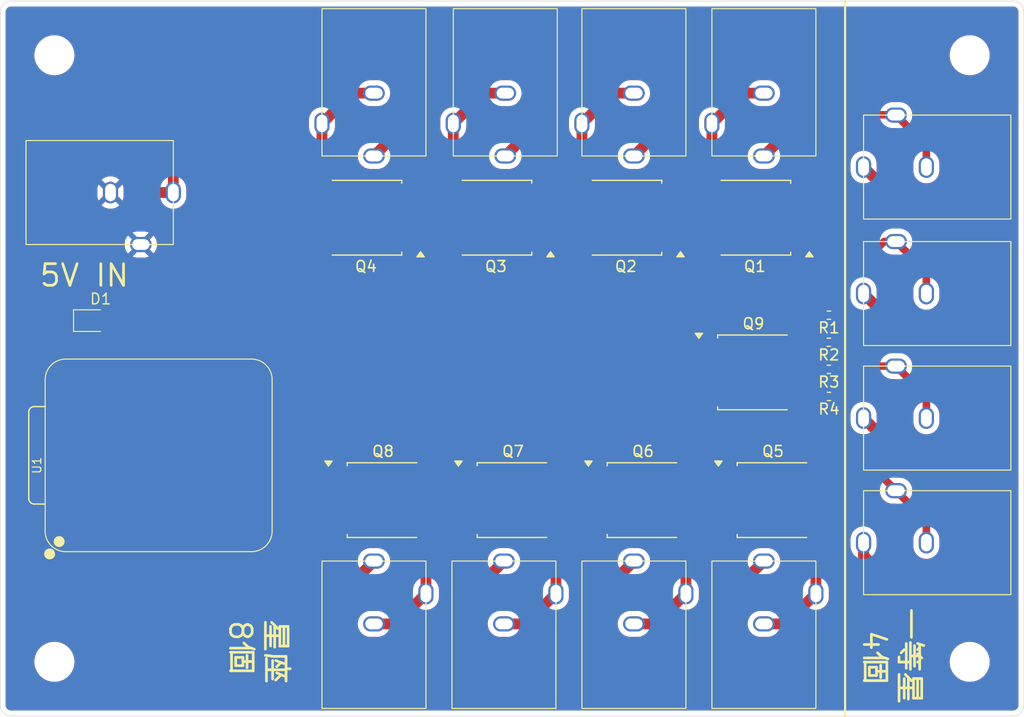
<source format=kicad_pcb>
(kicad_pcb (version 20241229) (generator "pcbnew") (generator_version "9.0")
  (layers (0 "F.Cu" signal) (2 "B.Cu" signal) (13 "F.Paste" user) (15 "B.Paste" user) (5 "F.SilkS" user "F.Silkscreen") (7 "B.SilkS" user "B.Silkscreen") (1 "F.Mask" user) (3 "B.Mask" user) (25 "Edge.Cuts" user))
  (net 0 "")
  (net 1 "GND")
  (net 2 "Net-(Q1-D)")
  (net 3 "Net-(Q2-D)")
  (net 4 "Net-(Q3-D)")
  (net 5 "Net-(Q4-D)")
  (net 6 "Net-(Q5-D)")
  (net 7 "Net-(Q6-D)")
  (net 8 "Net-(Q7-D)")
  (net 9 "Net-(Q8-D)")
  (net 10 "Net-(Q9-D)")
  (net 11 "+5V")
  (net 12 "Net-(J9-Pad2)")
  (net 13 "Net-(J10-Pad2)")
  (net 14 "Net-(J11-Pad2)")
  (net 15 "Net-(J12-Pad2)")
  (net 24 "Net-(D1-K)")
  (net 25 "D7")
  (net 26 "D8")
  (net 27 "D9")
  (net 28 "D10")
  (net 29 "D3")
  (net 30 "D2")
  (net 31 "D1")
  (net 32 "D0")
  (net 33 "D4")
  (footprint "DCJack:DCJack" (layer "F.Cu") (at 177.5 85.5 180)
    (property "Reference" "J10" (hide yes))
    (property "Value" "Jack-DC")
    (fp_rect (start 5.8 4.8) (end -7.8 -4.8) (stroke (width 0.1)) (fill no) (layer "F.SilkS"))
    (pad "1" thru_hole oval (at 5.8 0 180) (size 1.4 2) (drill oval 1 1.6) (layers "*.Cu" "*.Mask") (net 11 "+5V"))
    (pad "2" thru_hole oval (at 0 0 180) (size 1.4 2) (drill oval 1 1.6) (layers "*.Cu" "*.Mask") (net 13 "Net-(J10-Pad2)"))
    (pad "2" thru_hole oval (at 2.8 4.8 180) (size 2 1.4) (drill oval 1.6 1) (layers "*.Cu" "*.Mask") (net 13 "Net-(J10-Pad2)"))
  )
  (footprint "MountingHole:MountingHole_3.2mm_M3" (layer "F.Cu") (at 97 63.5 -90)
    (property "Reference" "REF**" (hide yes))
    (property "Value" "MountingHole_3.2mm_M3" (hide yes))
    (pad "" np_thru_hole circle (at 0 0 270) (size 3.2 3.2) (drill 3.2) (layers "*.Cu" "*.Mask"))
  )
  (footprint "Package_TO_SOT_SMD:TO-252-2" (layer "F.Cu") (at 137.76 78.5 180)
    (property "Reference" "Q3" (at 0 -4.5 0) (layer "F.SilkS"))
    (property "Value" "NP52N06SLG")
    (fp_line (start 3.11 3.45) (end -3.31 3.45) (stroke (width 0.12)) (layer "F.SilkS"))
    (fp_line (start 3.11 -3.45) (end -3.31 -3.45) (stroke (width 0.12)) (layer "F.SilkS"))
    (fp_line (start -3.31 3.45) (end -3.31 3.18) (stroke (width 0.12)) (layer "F.SilkS"))
    (fp_line (start -3.31 -3.45) (end -3.31 -3.18) (stroke (width 0.12)) (layer "F.SilkS"))
    (fp_poly (pts (xy -5.04 -3.14) (xy -5.38 -3.61) (xy -4.7 -3.61)) (stroke (width 0.12)) (fill yes) (layer "F.SilkS"))
    (pad "1" smd roundrect (at -5.04 -2.28 180) (size 2.2 1.2) (layers "F.Cu" "F.Mask" "F.Paste") (roundrect_rratio 0.208333) (net 27 "D9"))
    (pad "2" smd roundrect (at 1.26 0 180) (size 6.4 5.8) (layers "F.Cu" "F.Mask") (roundrect_rratio 0.043103) (net 4 "Net-(Q3-D)"))
    (pad "3" smd roundrect (at -5.04 2.28 180) (size 2.2 1.2) (layers "F.Cu" "F.Mask" "F.Paste") (roundrect_rratio 0.208333) (net 1 "GND"))
  )
  (footprint "DCJack:DCJack" (layer "F.Cu") (at 126.5 67 -90)
    (property "Reference" "J4" (hide yes))
    (property "Value" "Jack-DC")
    (fp_rect (start 5.8 4.8) (end -7.8 -4.8) (stroke (width 0.1)) (fill no) (layer "F.SilkS"))
    (pad "1" thru_hole oval (at 5.8 0 270) (size 1.4 2) (drill oval 1 1.6) (layers "*.Cu" "*.Mask") (net 11 "+5V"))
    (pad "2" thru_hole oval (at 0 0 270) (size 1.4 2) (drill oval 1 1.6) (layers "*.Cu" "*.Mask") (net 5 "Net-(Q4-D)"))
    (pad "2" thru_hole oval (at 2.8 4.8 270) (size 2 1.4) (drill oval 1.6 1) (layers "*.Cu" "*.Mask") (net 5 "Net-(Q4-D)"))
  )
  (footprint "MountingHole:MountingHole_3.2mm_M3" (layer "F.Cu") (at 181.5 63.5 -90)
    (property "Reference" "REF**" (hide yes))
    (property "Value" "MountingHole_3.2mm_M3" (hide yes))
    (pad "" np_thru_hole circle (at 0 0 270) (size 3.2 3.2) (drill 3.2) (layers "*.Cu" "*.Mask"))
  )
  (footprint "DCJack:DCJack" (layer "F.Cu") (at 138.5 116 90)
    (property "Reference" "J7" (hide yes))
    (property "Value" "Jack-DC")
    (fp_rect (start 5.8 4.8) (end -7.8 -4.8) (stroke (width 0.1)) (fill no) (layer "F.SilkS"))
    (pad "1" thru_hole oval (at 5.8 0 90) (size 1.4 2) (drill oval 1 1.6) (layers "*.Cu" "*.Mask") (net 11 "+5V"))
    (pad "2" thru_hole oval (at 0 0 90) (size 1.4 2) (drill oval 1 1.6) (layers "*.Cu" "*.Mask") (net 8 "Net-(Q7-D)"))
    (pad "2" thru_hole oval (at 2.8 4.8 90) (size 2 1.4) (drill oval 1.6 1) (layers "*.Cu" "*.Mask") (net 8 "Net-(Q7-D)"))
  )
  (footprint "DCJack:DCJack" (layer "F.Cu") (at 150.5 116 90)
    (property "Reference" "J6" (hide yes))
    (property "Value" "Jack-DC")
    (fp_rect (start 5.8 4.8) (end -7.8 -4.8) (stroke (width 0.1)) (fill no) (layer "F.SilkS"))
    (pad "1" thru_hole oval (at 5.8 0 90) (size 1.4 2) (drill oval 1 1.6) (layers "*.Cu" "*.Mask") (net 11 "+5V"))
    (pad "2" thru_hole oval (at 0 0 90) (size 1.4 2) (drill oval 1 1.6) (layers "*.Cu" "*.Mask") (net 7 "Net-(Q6-D)"))
    (pad "2" thru_hole oval (at 2.8 4.8 90) (size 2 1.4) (drill oval 1.6 1) (layers "*.Cu" "*.Mask") (net 7 "Net-(Q6-D)"))
  )
  (footprint "DCJack:DCJack" (layer "F.Cu") (at 102.175 76.175)
    (property "Reference" "J13" (hide yes))
    (property "Value" "Jack-DC")
    (fp_rect (start 5.8 4.8) (end -7.8 -4.8) (stroke (width 0.1)) (fill no) (layer "F.SilkS"))
    (pad "1" thru_hole oval (at 5.8 0) (size 1.4 2) (drill oval 1 1.6) (layers "*.Cu" "*.Mask") (net 11 "+5V"))
    (pad "2" thru_hole oval (at 0 0) (size 1.4 2) (drill oval 1 1.6) (layers "*.Cu" "*.Mask") (net 1 "GND"))
    (pad "2" thru_hole oval (at 2.8 4.8) (size 2 1.4) (drill oval 1.6 1) (layers "*.Cu" "*.Mask") (net 1 "GND"))
  )
  (footprint "Seeed_Studio_XIAO_Series:XIAO-ESP32-C3-SMD" (layer "F.Cu") (at 117.18025 109.3305 90)
    (property "Reference" "U1" (at 7.112 -21.336 90) (layer "F.SilkS") (effects (font (size 0.78232 0.78232) (thickness 0.10668)) (justify left bottom)))
    (property "Value" "XIAO-ESP32-C3-SMD")
    (fp_line (start 4.898728 -22.547) (end 12.894 -22.547) (stroke (width 0.127)) (layer "F.SilkS"))
    (fp_line (start 13.394 -22.047) (end 13.394 -21.037) (stroke (width 0.127)) (layer "F.SilkS"))
    (fp_line (start 15.875 -21.037) (end 1.905 -21.037) (stroke (width 0.1)) (layer "F.SilkS"))
    (fp_line (start 4.395 -21.037) (end 4.398728 -22.047272) (stroke (width 0.127)) (layer "F.SilkS"))
    (fp_line (start 17.78 -1.987) (end 17.78 -19.132) (stroke (width 0.1)) (layer "F.SilkS"))
    (fp_line (start 0 -1.987) (end 0 -19.132) (stroke (width 0.1)) (layer "F.SilkS"))
    (fp_line (start 1.905 -0.082) (end 15.875 -0.082) (stroke (width 0.1)) (layer "F.SilkS"))
    (fp_arc (start 12.894 -22.547) (mid 13.247553 -22.400553) (end 13.394 -22.047) (stroke (width 0.127)) (layer "F.SilkS"))
    (fp_arc (start 4.398728 -22.047272) (mid 4.545272 -22.40064) (end 4.898728 -22.547) (stroke (width 0.127)) (layer "F.SilkS"))
    (fp_arc (start 15.875 -21.037) (mid 17.222038 -20.479038) (end 17.78 -19.132) (stroke (width 0.1)) (layer "F.SilkS"))
    (fp_arc (start 0 -19.136) (mid 0.557962 -20.483038) (end 1.905 -21.041) (stroke (width 0.1)) (layer "F.SilkS"))
    (fp_arc (start 17.78 -1.987) (mid 17.222038 -0.639962) (end 15.875 -0.082) (stroke (width 0.1)) (layer "F.SilkS"))
    (fp_arc (start 1.905 -0.082) (mid 0.557962 -0.639962) (end 0 -1.987) (stroke (width 0.1)) (layer "F.SilkS"))
    (fp_circle (center -0.21 -20.621) (end -0.21 -20.875) (stroke (width 0.5)) (fill yes) (layer "F.SilkS"))
    (fp_circle (center 0.933 -19.741) (end 0.933 -19.995) (stroke (width 0.5)) (fill yes) (layer "F.SilkS"))
    (pad "1" smd roundrect (at 0.835 -18.12 90) (size 2.75 2) (layers "F.Cu" "F.Mask" "F.Paste") (net 32 "D0"))
    (pad "2" smd roundrect (at 0.835 -15.58 90) (size 2.75 2) (layers "F.Cu" "F.Mask" "F.Paste") (net 31 "D1"))
    (pad "3" smd roundrect (at 0.835 -13.04 90) (size 2.75 2) (layers "F.Cu" "F.Mask" "F.Paste") (net 30 "D2"))
    (pad "4" smd roundrect (at 0.835 -10.5 90) (size 2.75 2) (layers "F.Cu" "F.Mask" "F.Paste") (net 29 "D3"))
    (pad "5" smd roundrect (at 0.835 -7.96 90) (size 2.75 2) (layers "F.Cu" "F.Mask" "F.Paste") (net 33 "D4"))
    (pad "6" smd roundrect (at 0.835 -5.42 90) (size 2.75 2) (layers "F.Cu" "F.Mask" "F.Paste"))
    (pad "7" smd roundrect (at 0.835 -2.88 90) (size 2.75 2) (layers "F.Cu" "F.Mask" "F.Paste"))
    (pad "8" smd roundrect (at 17 -2.88 90) (size 2.75 2) (layers "F.Cu" "F.Mask" "F.Paste") (net 25 "D7"))
    (pad "9" smd roundrect (at 17 -5.42 90) (size 2.75 2) (layers "F.Cu" "F.Mask" "F.Paste") (net 26 "D8"))
    (pad "10" smd roundrect (at 17 -7.96 90) (size 2.75 2) (layers "F.Cu" "F.Mask" "F.Paste") (net 27 "D9"))
    (pad "11" smd roundrect (at 17 -10.5 90) (size 2.75 2) (layers "F.Cu" "F.Mask" "F.Paste") (net 28 "D10"))
    (pad "12" smd roundrect (at 17 -13.04 90) (size 2.75 2) (layers "F.Cu" "F.Mask" "F.Paste"))
    (pad "13" smd roundrect (at 17 -15.58 90) (size 2.75 2) (layers "F.Cu" "F.Mask" "F.Paste") (net 1 "GND"))
    (pad "14" smd roundrect (at 17 -18.12 90) (size 2.75 2) (layers "F.Cu" "F.Mask" "F.Paste") (net 24 "Net-(D1-K)"))
    (pad "15" smd roundrect (at 4.445 -10.882 270) (size 2.5 1.1) (layers "F.Cu" "F.Mask" "F.Paste"))
    (pad "16" smd roundrect (at 4.445 -12.787 270) (size 2.5 1.1) (layers "F.Cu" "F.Mask" "F.Paste") (net 1 "GND"))
    (pad "17" smd circle (at 7.62 -19.132 90) (size 1.7 1.7) (layers "F.Cu" "F.Mask" "F.Paste"))
    (pad "18" smd circle (at 10.16 -19.132 90) (size 1.7 1.7) (layers "F.Cu" "F.Mask" "F.Paste"))
    (pad "19" smd circle (at 7.62 -16.592 90) (size 1.7 1.7) (layers "F.Cu" "F.Mask" "F.Paste"))
    (pad "20" smd circle (at 10.16 -16.592 90) (size 1.7 1.7) (layers "F.Cu" "F.Mask" "F.Paste") (net 1 "GND"))
    (pad "21" smd circle (at 7.62 -14.052 90) (size 1.7 1.7) (layers "F.Cu" "F.Mask" "F.Paste"))
    (pad "22" smd circle (at 10.16 -14.052 90) (size 1.7 1.7) (layers "F.Cu" "F.Mask" "F.Paste"))
  )
  (footprint "GS1010FL:GS1010FL" (layer "F.Cu") (at 101.2625 88)
    (property "Reference" "D1" (at 0 -2 0) (layer "F.SilkS") (effects (font (thickness 0.125))))
    (property "Value" "D")
    (fp_line (start -2.5 -1) (end -2.5 1) (stroke (width 0.1)) (layer "F.SilkS"))
    (fp_line (start -2.5 1) (end 0 1) (stroke (width 0.1)) (layer "F.SilkS"))
    (fp_line (start 0 -1) (end -2.5 -1) (stroke (width 0.1)) (layer "F.SilkS"))
    (pad "1" smd roundrect (at -1.7375 0) (size 0.775 1.22) (layers "F.Cu" "F.Mask" "F.Paste") (roundrect_rratio 0.15) (net 24 "Net-(D1-K)"))
    (pad "2" smd roundrect (at 1.7375 0) (size 0.775 1.22) (layers "F.Cu" "F.Mask" "F.Paste") (roundrect_rratio 0.15) (net 11 "+5V"))
  )
  (footprint "Package_TO_SOT_SMD:TO-252-2" (layer "F.Cu") (at 163.34 104.5725)
    (property "Reference" "Q5" (at 0 -4.5 0) (layer "F.SilkS"))
    (property "Value" "NP52N06SLG")
    (fp_line (start -3.31 -3.45) (end -3.31 -3.18) (stroke (width 0.12)) (layer "F.SilkS"))
    (fp_line (start -3.31 3.45) (end -3.31 3.18) (stroke (width 0.12)) (layer "F.SilkS"))
    (fp_line (start 3.11 -3.45) (end -3.31 -3.45) (stroke (width 0.12)) (layer "F.SilkS"))
    (fp_line (start 3.11 3.45) (end -3.31 3.45) (stroke (width 0.12)) (layer "F.SilkS"))
    (fp_poly (pts (xy -5.04 -3.14) (xy -5.38 -3.61) (xy -4.7 -3.61)) (stroke (width 0.12)) (fill yes) (layer "F.SilkS"))
    (pad "1" smd roundrect (at -5.04 -2.28) (size 2.2 1.2) (layers "F.Cu" "F.Mask" "F.Paste") (roundrect_rratio 0.208333) (net 29 "D3"))
    (pad "2" smd roundrect (at 1.26 0) (size 6.4 5.8) (layers "F.Cu" "F.Mask") (roundrect_rratio 0.043103) (net 6 "Net-(Q5-D)"))
    (pad "3" smd roundrect (at -5.04 2.28) (size 2.2 1.2) (layers "F.Cu" "F.Mask" "F.Paste") (roundrect_rratio 0.208333) (net 1 "GND"))
  )
  (footprint "MountingHole:MountingHole_3.2mm_M3" (layer "F.Cu") (at 97 119.5 -90)
    (property "Reference" "REF**" (hide yes))
    (property "Value" "MountingHole_3.2mm_M3" (hide yes))
    (pad "" np_thru_hole circle (at 0 0 270) (size 3.2 3.2) (drill 3.2) (layers "*.Cu" "*.Mask"))
  )
  (footprint "Package_TO_SOT_SMD:TO-252-2" (layer "F.Cu") (at 149.76 78.5 180)
    (property "Reference" "Q2" (at 0 -4.5 0) (layer "F.SilkS"))
    (property "Value" "NP52N06SLG")
    (fp_line (start 3.11 3.45) (end -3.31 3.45) (stroke (width 0.12)) (layer "F.SilkS"))
    (fp_line (start 3.11 -3.45) (end -3.31 -3.45) (stroke (width 0.12)) (layer "F.SilkS"))
    (fp_line (start -3.31 3.45) (end -3.31 3.18) (stroke (width 0.12)) (layer "F.SilkS"))
    (fp_line (start -3.31 -3.45) (end -3.31 -3.18) (stroke (width 0.12)) (layer "F.SilkS"))
    (fp_poly (pts (xy -5.04 -3.14) (xy -5.38 -3.61) (xy -4.7 -3.61)) (stroke (width 0.12)) (fill yes) (layer "F.SilkS"))
    (pad "1" smd roundrect (at -5.04 -2.28 180) (size 2.2 1.2) (layers "F.Cu" "F.Mask" "F.Paste") (roundrect_rratio 0.208333) (net 26 "D8"))
    (pad "2" smd roundrect (at 1.26 0 180) (size 6.4 5.8) (layers "F.Cu" "F.Mask") (roundrect_rratio 0.043103) (net 3 "Net-(Q2-D)"))
    (pad "3" smd roundrect (at -5.04 2.28 180) (size 2.2 1.2) (layers "F.Cu" "F.Mask" "F.Paste") (roundrect_rratio 0.208333) (net 1 "GND"))
  )
  (footprint "DCJack:DCJack" (layer "F.Cu") (at 150.5 67 -90)
    (property "Reference" "J2" (hide yes))
    (property "Value" "Jack-DC")
    (fp_rect (start 5.8 4.8) (end -7.8 -4.8) (stroke (width 0.1)) (fill no) (layer "F.SilkS"))
    (pad "1" thru_hole oval (at 5.8 0 270) (size 1.4 2) (drill oval 1 1.6) (layers "*.Cu" "*.Mask") (net 11 "+5V"))
    (pad "2" thru_hole oval (at 0 0 270) (size 1.4 2) (drill oval 1 1.6) (layers "*.Cu" "*.Mask") (net 3 "Net-(Q2-D)"))
    (pad "2" thru_hole oval (at 2.8 4.8 270) (size 2 1.4) (drill oval 1.6 1) (layers "*.Cu" "*.Mask") (net 3 "Net-(Q2-D)"))
  )
  (footprint "DCJack:DCJack" (layer "F.Cu") (at 177.5 73.825 180)
    (property "Reference" "J9" (hide yes))
    (property "Value" "Jack-DC")
    (fp_rect (start 5.8 4.8) (end -7.8 -4.8) (stroke (width 0.1)) (fill no) (layer "F.SilkS"))
    (pad "1" thru_hole oval (at 5.8 0 180) (size 1.4 2) (drill oval 1 1.6) (layers "*.Cu" "*.Mask") (net 11 "+5V"))
    (pad "2" thru_hole oval (at 0 0 180) (size 1.4 2) (drill oval 1 1.6) (layers "*.Cu" "*.Mask") (net 12 "Net-(J9-Pad2)"))
    (pad "2" thru_hole oval (at 2.8 4.8 180) (size 2 1.4) (drill oval 1.6 1) (layers "*.Cu" "*.Mask") (net 12 "Net-(J9-Pad2)"))
  )
  (footprint "Package_TO_SOT_SMD:TO-252-2" (layer "F.Cu") (at 161.54 92.78)
    (property "Reference" "Q9" (at 0 -4.5 0) (layer "F.SilkS"))
    (property "Value" "NP52N06SLG")
    (fp_line (start -3.31 -3.45) (end -3.31 -3.18) (stroke (width 0.12)) (layer "F.SilkS"))
    (fp_line (start -3.31 3.45) (end -3.31 3.18) (stroke (width 0.12)) (layer "F.SilkS"))
    (fp_line (start 3.11 -3.45) (end -3.31 -3.45) (stroke (width 0.12)) (layer "F.SilkS"))
    (fp_line (start 3.11 3.45) (end -3.31 3.45) (stroke (width 0.12)) (layer "F.SilkS"))
    (fp_poly (pts (xy -5.04 -3.14) (xy -5.38 -3.61) (xy -4.7 -3.61)) (stroke (width 0.12)) (fill yes) (layer "F.SilkS"))
    (pad "1" smd roundrect (at -5.04 -2.28) (size 2.2 1.2) (layers "F.Cu" "F.Mask" "F.Paste") (roundrect_rratio 0.208333) (net 33 "D4"))
    (pad "2" smd roundrect (at 1.26 0) (size 6.4 5.8) (layers "F.Cu" "F.Mask") (roundrect_rratio 0.043103) (net 10 "Net-(Q9-D)"))
    (pad "3" smd roundrect (at -5.04 2.28) (size 2.2 1.2) (layers "F.Cu" "F.Mask" "F.Paste") (roundrect_rratio 0.208333) (net 1 "GND"))
  )
  (footprint "Package_TO_SOT_SMD:TO-252-2" (layer "F.Cu") (at 161.66 78.5 180)
    (property "Reference" "Q1" (at 0 -4.5 0) (layer "F.SilkS"))
    (property "Value" "NP52N06SLG")
    (fp_line (start 3.11 3.45) (end -3.31 3.45) (stroke (width 0.12)) (layer "F.SilkS"))
    (fp_line (start 3.11 -3.45) (end -3.31 -3.45) (stroke (width 0.12)) (layer "F.SilkS"))
    (fp_line (start -3.31 3.45) (end -3.31 3.18) (stroke (width 0.12)) (layer "F.SilkS"))
    (fp_line (start -3.31 -3.45) (end -3.31 -3.18) (stroke (width 0.12)) (layer "F.SilkS"))
    (fp_poly (pts (xy -5.04 -3.14) (xy -5.38 -3.61) (xy -4.7 -3.61)) (stroke (width 0.12)) (fill yes) (layer "F.SilkS"))
    (pad "1" smd roundrect (at -5.04 -2.28 180) (size 2.2 1.2) (layers "F.Cu" "F.Mask" "F.Paste") (roundrect_rratio 0.208333) (net 25 "D7"))
    (pad "2" smd roundrect (at 1.26 0 180) (size 6.4 5.8) (layers "F.Cu" "F.Mask") (roundrect_rratio 0.043103) (net 2 "Net-(Q1-D)"))
    (pad "3" smd roundrect (at -5.04 2.28 180) (size 2.2 1.2) (layers "F.Cu" "F.Mask" "F.Paste") (roundrect_rratio 0.208333) (net 1 "GND"))
  )
  (footprint "DCJack:DCJack" (layer "F.Cu") (at 126.5 116 90)
    (property "Reference" "J8" (hide yes))
    (property "Value" "Jack-DC")
    (fp_rect (start 5.8 4.8) (end -7.8 -4.8) (stroke (width 0.1)) (fill no) (layer "F.SilkS"))
    (pad "1" thru_hole oval (at 5.8 0 90) (size 1.4 2) (drill oval 1 1.6) (layers "*.Cu" "*.Mask") (net 11 "+5V"))
    (pad "2" thru_hole oval (at 0 0 90) (size 1.4 2) (drill oval 1 1.6) (layers "*.Cu" "*.Mask") (net 9 "Net-(Q8-D)"))
    (pad "2" thru_hole oval (at 2.8 4.8 90) (size 2 1.4) (drill oval 1.6 1) (layers "*.Cu" "*.Mask") (net 9 "Net-(Q8-D)"))
  )
  (footprint "DCJack:DCJack" (layer "F.Cu") (at 177.5 97 180)
    (property "Reference" "J11" (hide yes))
    (property "Value" "Jack-DC")
    (fp_rect (start 5.8 4.8) (end -7.8 -4.8) (stroke (width 0.1)) (fill no) (layer "F.SilkS"))
    (pad "1" thru_hole oval (at 5.8 0 180) (size 1.4 2) (drill oval 1 1.6) (layers "*.Cu" "*.Mask") (net 11 "+5V"))
    (pad "2" thru_hole oval (at 0 0 180) (size 1.4 2) (drill oval 1 1.6) (layers "*.Cu" "*.Mask") (net 14 "Net-(J11-Pad2)"))
    (pad "2" thru_hole oval (at 2.8 4.8 180) (size 2 1.4) (drill oval 1.6 1) (layers "*.Cu" "*.Mask") (net 14 "Net-(J11-Pad2)"))
  )
  (footprint "DCJack:DCJack" (layer "F.Cu") (at 177.5 108.5 180)
    (property "Reference" "J12" (hide yes))
    (property "Value" "Jack-DC")
    (fp_rect (start 5.8 4.8) (end -7.8 -4.8) (stroke (width 0.1)) (fill no) (layer "F.SilkS"))
    (pad "1" thru_hole oval (at 5.8 0 180) (size 1.4 2) (drill oval 1 1.6) (layers "*.Cu" "*.Mask") (net 11 "+5V"))
    (pad "2" thru_hole oval (at 0 0 180) (size 1.4 2) (drill oval 1 1.6) (layers "*.Cu" "*.Mask") (net 15 "Net-(J12-Pad2)"))
    (pad "2" thru_hole oval (at 2.8 4.8 180) (size 2 1.4) (drill oval 1.6 1) (layers "*.Cu" "*.Mask") (net 15 "Net-(J12-Pad2)"))
  )
  (footprint "DCJack:DCJack" (layer "F.Cu") (at 162.5 116 90)
    (property "Reference" "J5" (hide yes))
    (property "Value" "Jack-DC")
    (fp_rect (start 5.8 4.8) (end -7.8 -4.8) (stroke (width 0.1)) (fill no) (layer "F.SilkS"))
    (pad "1" thru_hole oval (at 5.8 0 90) (size 1.4 2) (drill oval 1 1.6) (layers "*.Cu" "*.Mask") (net 11 "+5V"))
    (pad "2" thru_hole oval (at 0 0 90) (size 1.4 2) (drill oval 1 1.6) (layers "*.Cu" "*.Mask") (net 6 "Net-(Q5-D)"))
    (pad "2" thru_hole oval (at 2.8 4.8 90) (size 2 1.4) (drill oval 1.6 1) (layers "*.Cu" "*.Mask") (net 6 "Net-(Q5-D)"))
  )
  (footprint "Resistor_SMD:R_0402_1005Metric" (layer "F.Cu") (at 168.5 92.5 180)
    (property "Reference" "R3" (at 0 -1.17 0) (layer "F.SilkS"))
    (property "Value" "R")
    (fp_line (start -0.153641 0.38) (end 0.153641 0.38) (stroke (width 0.12)) (layer "F.SilkS"))
    (fp_line (start -0.153641 -0.38) (end 0.153641 -0.38) (stroke (width 0.12)) (layer "F.SilkS"))
    (pad "1" smd roundrect (at -0.51 0 180) (size 0.54 0.64) (layers "F.Cu" "F.Mask" "F.Paste") (net 14 "Net-(J11-Pad2)"))
    (pad "2" smd roundrect (at 0.51 0 180) (size 0.54 0.64) (layers "F.Cu" "F.Mask" "F.Paste") (net 10 "Net-(Q9-D)"))
  )
  (footprint "DCJack:DCJack" (layer "F.Cu") (at 138.625 67 -90)
    (property "Reference" "J3" (hide yes))
    (property "Value" "Jack-DC")
    (fp_rect (start 5.8 4.8) (end -7.8 -4.8) (stroke (width 0.1)) (fill no) (layer "F.SilkS"))
    (pad "1" thru_hole oval (at 5.8 0 270) (size 1.4 2) (drill oval 1 1.6) (layers "*.Cu" "*.Mask") (net 11 "+5V"))
    (pad "2" thru_hole oval (at 0 0 270) (size 1.4 2) (drill oval 1 1.6) (layers "*.Cu" "*.Mask") (net 4 "Net-(Q3-D)"))
    (pad "2" thru_hole oval (at 2.8 4.8 270) (size 2 1.4) (drill oval 1.6 1) (layers "*.Cu" "*.Mask") (net 4 "Net-(Q3-D)"))
  )
  (footprint "Resistor_SMD:R_0402_1005Metric" (layer "F.Cu") (at 168.5 90 180)
    (property "Reference" "R2" (at 0 -1.17 0) (layer "F.SilkS"))
    (property "Value" "R")
    (fp_line (start -0.153641 0.38) (end 0.153641 0.38) (stroke (width 0.12)) (layer "F.SilkS"))
    (fp_line (start -0.153641 -0.38) (end 0.153641 -0.38) (stroke (width 0.12)) (layer "F.SilkS"))
    (pad "1" smd roundrect (at -0.51 0 180) (size 0.54 0.64) (layers "F.Cu" "F.Mask" "F.Paste") (net 13 "Net-(J10-Pad2)"))
    (pad "2" smd roundrect (at 0.51 0 180) (size 0.54 0.64) (layers "F.Cu" "F.Mask" "F.Paste") (net 10 "Net-(Q9-D)"))
  )
  (footprint "MountingHole:MountingHole_3.2mm_M3" (layer "F.Cu") (at 181.5 119.5 -90)
    (property "Reference" "REF**" (hide yes))
    (property "Value" "MountingHole_3.2mm_M3" (hide yes))
    (pad "" np_thru_hole circle (at 0 0 270) (size 3.2 3.2) (drill 3.2) (layers "*.Cu" "*.Mask"))
  )
  (footprint "Resistor_SMD:R_0402_1005Metric" (layer "F.Cu") (at 168.51 95 180)
    (property "Reference" "R4" (at 0 -1.17 0) (layer "F.SilkS"))
    (property "Value" "R")
    (fp_line (start -0.153641 0.38) (end 0.153641 0.38) (stroke (width 0.12)) (layer "F.SilkS"))
    (fp_line (start -0.153641 -0.38) (end 0.153641 -0.38) (stroke (width 0.12)) (layer "F.SilkS"))
    (pad "1" smd roundrect (at -0.51 0 180) (size 0.54 0.64) (layers "F.Cu" "F.Mask" "F.Paste") (net 15 "Net-(J12-Pad2)"))
    (pad "2" smd roundrect (at 0.51 0 180) (size 0.54 0.64) (layers "F.Cu" "F.Mask" "F.Paste") (net 10 "Net-(Q9-D)"))
  )
  (footprint "Package_TO_SOT_SMD:TO-252-2" (layer "F.Cu") (at 151.34 104.5725)
    (property "Reference" "Q6" (at 0 -4.5 0) (layer "F.SilkS"))
    (property "Value" "NP52N06SLG")
    (fp_line (start -3.31 -3.45) (end -3.31 -3.18) (stroke (width 0.12)) (layer "F.SilkS"))
    (fp_line (start -3.31 3.45) (end -3.31 3.18) (stroke (width 0.12)) (layer "F.SilkS"))
    (fp_line (start 3.11 -3.45) (end -3.31 -3.45) (stroke (width 0.12)) (layer "F.SilkS"))
    (fp_line (start 3.11 3.45) (end -3.31 3.45) (stroke (width 0.12)) (layer "F.SilkS"))
    (fp_poly (pts (xy -5.04 -3.14) (xy -5.38 -3.61) (xy -4.7 -3.61)) (stroke (width 0.12)) (fill yes) (layer "F.SilkS"))
    (pad "1" smd roundrect (at -5.04 -2.28) (size 2.2 1.2) (layers "F.Cu" "F.Mask" "F.Paste") (roundrect_rratio 0.208333) (net 30 "D2"))
    (pad "2" smd roundrect (at 1.26 0) (size 6.4 5.8) (layers "F.Cu" "F.Mask") (roundrect_rratio 0.043103) (net 7 "Net-(Q6-D)"))
    (pad "3" smd roundrect (at -5.04 2.28) (size 2.2 1.2) (layers "F.Cu" "F.Mask" "F.Paste") (roundrect_rratio 0.208333) (net 1 "GND"))
  )
  (footprint "DCJack:DCJack" (layer "F.Cu") (at 162.5 67 -90)
    (property "Reference" "J1" (hide yes))
    (property "Value" "Jack-DC")
    (fp_rect (start 5.8 4.8) (end -7.8 -4.8) (stroke (width 0.1)) (fill no) (layer "F.SilkS"))
    (pad "1" thru_hole oval (at 5.8 0 270) (size 1.4 2) (drill oval 1 1.6) (layers "*.Cu" "*.Mask") (net 11 "+5V"))
    (pad "2" thru_hole oval (at 0 0 270) (size 1.4 2) (drill oval 1 1.6) (layers "*.Cu" "*.Mask") (net 2 "Net-(Q1-D)"))
    (pad "2" thru_hole oval (at 2.8 4.8 270) (size 2 1.4) (drill oval 1.6 1) (layers "*.Cu" "*.Mask") (net 2 "Net-(Q1-D)"))
  )
  (footprint "Package_TO_SOT_SMD:TO-252-2" (layer "F.Cu") (at 139.34 104.5725)
    (property "Reference" "Q7" (at 0 -4.5 0) (layer "F.SilkS"))
    (property "Value" "NP52N06SLG")
    (fp_line (start -3.31 -3.45) (end -3.31 -3.18) (stroke (width 0.12)) (layer "F.SilkS"))
    (fp_line (start -3.31 3.45) (end -3.31 3.18) (stroke (width 0.12)) (layer "F.SilkS"))
    (fp_line (start 3.11 -3.45) (end -3.31 -3.45) (stroke (width 0.12)) (layer "F.SilkS"))
    (fp_line (start 3.11 3.45) (end -3.31 3.45) (stroke (width 0.12)) (layer "F.SilkS"))
    (fp_poly (pts (xy -5.04 -3.14) (xy -5.38 -3.61) (xy -4.7 -3.61)) (stroke (width 0.12)) (fill yes) (layer "F.SilkS"))
    (pad "1" smd roundrect (at -5.04 -2.28) (size 2.2 1.2) (layers "F.Cu" "F.Mask" "F.Paste") (roundrect_rratio 0.208333) (net 31 "D1"))
    (pad "2" smd roundrect (at 1.26 0) (size 6.4 5.8) (layers "F.Cu" "F.Mask") (roundrect_rratio 0.043103) (net 8 "Net-(Q7-D)"))
    (pad "3" smd roundrect (at -5.04 2.28) (size 2.2 1.2) (layers "F.Cu" "F.Mask" "F.Paste") (roundrect_rratio 0.208333) (net 1 "GND"))
  )
  (footprint "Package_TO_SOT_SMD:TO-252-2" (layer "F.Cu") (at 125.76 78.5 180)
    (property "Reference" "Q4" (at 0 -4.5 0) (layer "F.SilkS"))
    (property "Value" "NP52N06SLG")
    (fp_line (start 3.11 3.45) (end -3.31 3.45) (stroke (width 0.12)) (layer "F.SilkS"))
    (fp_line (start 3.11 -3.45) (end -3.31 -3.45) (stroke (width 0.12)) (layer "F.SilkS"))
    (fp_line (start -3.31 3.45) (end -3.31 3.18) (stroke (width 0.12)) (layer "F.SilkS"))
    (fp_line (start -3.31 -3.45) (end -3.31 -3.18) (stroke (width 0.12)) (layer "F.SilkS"))
    (fp_poly (pts (xy -5.04 -3.14) (xy -5.38 -3.61) (xy -4.7 -3.61)) (stroke (width 0.12)) (fill yes) (layer "F.SilkS"))
    (pad "1" smd roundrect (at -5.04 -2.28 180) (size 2.2 1.2) (layers "F.Cu" "F.Mask" "F.Paste") (roundrect_rratio 0.208333) (net 28 "D10"))
    (pad "2" smd roundrect (at 1.26 0 180) (size 6.4 5.8) (layers "F.Cu" "F.Mask") (roundrect_rratio 0.043103) (net 5 "Net-(Q4-D)"))
    (pad "3" smd roundrect (at -5.04 2.28 180) (size 2.2 1.2) (layers "F.Cu" "F.Mask" "F.Paste") (roundrect_rratio 0.208333) (net 1 "GND"))
  )
  (footprint "Package_TO_SOT_SMD:TO-252-2" (layer "F.Cu") (at 127.34 104.5725)
    (property "Reference" "Q8" (at 0 -4.5 0) (layer "F.SilkS"))
    (property "Value" "NP52N06SLG")
    (fp_line (start -3.31 -3.45) (end -3.31 -3.18) (stroke (width 0.12)) (layer "F.SilkS"))
    (fp_line (start -3.31 3.45) (end -3.31 3.18) (stroke (width 0.12)) (layer "F.SilkS"))
    (fp_line (start 3.11 -3.45) (end -3.31 -3.45) (stroke (width 0.12)) (layer "F.SilkS"))
    (fp_line (start 3.11 3.45) (end -3.31 3.45) (stroke (width 0.12)) (layer "F.SilkS"))
    (fp_poly (pts (xy -5.04 -3.14) (xy -5.38 -3.61) (xy -4.7 -3.61)) (stroke (width 0.12)) (fill yes) (layer "F.SilkS"))
    (pad "1" smd roundrect (at -5.04 -2.28) (size 2.2 1.2) (layers "F.Cu" "F.Mask" "F.Paste") (roundrect_rratio 0.208333) (net 32 "D0"))
    (pad "2" smd roundrect (at 1.26 0) (size 6.4 5.8) (layers "F.Cu" "F.Mask") (roundrect_rratio 0.043103) (net 9 "Net-(Q8-D)"))
    (pad "3" smd roundrect (at -5.04 2.28) (size 2.2 1.2) (layers "F.Cu" "F.Mask" "F.Paste") (roundrect_rratio 0.208333) (net 1 "GND"))
  )
  (footprint "Resistor_SMD:R_0402_1005Metric" (layer "F.Cu") (at 168.5 87.5 180)
    (property "Reference" "R1" (at 0 -1.17 0) (layer "F.SilkS"))
    (property "Value" "R")
    (fp_line (start -0.153641 0.38) (end 0.153641 0.38) (stroke (width 0.12)) (layer "F.SilkS"))
    (fp_line (start -0.153641 -0.38) (end 0.153641 -0.38) (stroke (width 0.12)) (layer "F.SilkS"))
    (pad "1" smd roundrect (at -0.51 0 180) (size 0.54 0.64) (layers "F.Cu" "F.Mask" "F.Paste") (net 12 "Net-(J9-Pad2)"))
    (pad "2" smd roundrect (at 0.51 0 180) (size 0.54 0.64) (layers "F.Cu" "F.Mask" "F.Paste") (net 10 "Net-(Q9-D)"))
  )
  (gr_line (start 170 124.5) (end 170 58.5) (stroke (width 0.2)) (layer "F.SilkS"))
  (gr_line (start 185.5 124.5) (end 93 124.5) (stroke (width 0.05)) (layer "Edge.Cuts"))
  (gr_arc (start 93 124.5) (mid 92.292893 124.207107) (end 92 123.5) (stroke (width 0.05)) (layer "Edge.Cuts"))
  (gr_arc (start 186.5 123.5) (mid 186.207107 124.207107) (end 185.5 124.5) (stroke (width 0.05)) (layer "Edge.Cuts"))
  (gr_line (start 92 123.5) (end 92 59.5) (stroke (width 0.05)) (layer "Edge.Cuts"))
  (gr_arc (start 92 59.5) (mid 92.292893 58.792893) (end 93 58.5) (stroke (width 0.05)) (layer "Edge.Cuts"))
  (gr_arc (start 185.5 58.5) (mid 186.207107 58.792893) (end 186.5 59.5) (stroke (width 0.05)) (layer "Edge.Cuts"))
  (gr_line (start 93 58.5) (end 185.5 58.5) (stroke (width 0.05)) (layer "Edge.Cuts"))
  (gr_line (start 186.5 59.5) (end 186.5 123.5) (stroke (width 0.05)) (layer "Edge.Cuts"))
  (gr_text "星座\n8個" (at 113 115.5 270) (layer "F.SilkS") (effects (font (size 2 2) (thickness 0.25)) (justify left bottom)))
  (gr_text "5V IN\n" (at 95.5 85 0) (layer "F.SilkS") (effects (font (size 2 2) (thickness 0.25)) (justify left bottom)))
  (gr_text "一等星\n4個" (at 171.5 119 270) (layer "F.SilkS") (effects (font (size 2 2) (thickness 0.25)) (justify bottom)))
  (segment (start 101.60025 92.3305) (end 101.60025 90.10025) (width 1) (layer "F.Cu") (net 1))
  (segment (start 101.60025 92.3305) (end 101.60025 94.89975) (width 1) (layer "F.Cu") (net 1))
  (segment (start 162.5 67) (end 160.5 67) (width 1) (layer "F.Cu") (net 2))
  (segment (start 157.7 69.8) (end 157.7 75.8) (width 1) (layer "F.Cu") (net 2))
  (segment (start 157.7 75.8) (end 160.4 78.5) (width 1) (layer "F.Cu") (net 2))
  (segment (start 160.5 67) (end 157.7 69.8) (width 1) (layer "F.Cu") (net 2))
  (segment (start 145.7 75.7) (end 148.5 78.5) (width 1) (layer "F.Cu") (net 3))
  (segment (start 150.5 67) (end 148.5 67) (width 1) (layer "F.Cu") (net 3))
  (segment (start 145.7 69.8) (end 145.7 75.7) (width 1) (layer "F.Cu") (net 3))
  (segment (start 148.5 67) (end 145.7 69.8) (width 1) (layer "F.Cu") (net 3))
  (segment (start 136.625 67) (end 133.825 69.8) (width 1) (layer "F.Cu") (net 4))
  (segment (start 133.825 69.8) (end 133.825 75.825) (width 1) (layer "F.Cu") (net 4))
  (segment (start 138.625 67) (end 136.625 67) (width 1) (layer "F.Cu") (net 4))
  (segment (start 133.825 75.825) (end 136.5 78.5) (width 1) (layer "F.Cu") (net 4))
  (segment (start 124.5 67) (end 121.7 69.8) (width 1) (layer "F.Cu") (net 5))
  (segment (start 126.5 67) (end 124.5 67) (width 1) (layer "F.Cu") (net 5))
  (segment (start 121.7 69.8) (end 121.7 75.7) (width 1) (layer "F.Cu") (net 5))
  (segment (start 121.7 75.7) (end 124.5 78.5) (width 1) (layer "F.Cu") (net 5))
  (segment (start 167.3 113.2) (end 167.3 107.2725) (width 1) (layer "F.Cu") (net 6))
  (segment (start 162.5 116) (end 164.5 116) (width 1) (layer "F.Cu") (net 6))
  (segment (start 164.5 116) (end 167.3 113.2) (width 1) (layer "F.Cu") (net 6))
  (segment (start 167.3 107.2725) (end 164.6 104.5725) (width 1) (layer "F.Cu") (net 6))
  (segment (start 152.5 116) (end 155.3 113.2) (width 1) (layer "F.Cu") (net 7))
  (segment (start 155.3 113.2) (end 155.3 107.2725) (width 1) (layer "F.Cu") (net 7))
  (segment (start 150.5 116) (end 152.5 116) (width 1) (layer "F.Cu") (net 7))
  (segment (start 155.3 107.2725) (end 152.6 104.5725) (width 1) (layer "F.Cu") (net 7))
  (segment (start 138.5 116) (end 140.5 116) (width 1) (layer "F.Cu") (net 8))
  (segment (start 143.3 113.2) (end 143.3 107.2725) (width 1) (layer "F.Cu") (net 8))
  (segment (start 143.3 107.2725) (end 140.6 104.5725) (width 1) (layer "F.Cu") (net 8))
  (segment (start 140.5 116) (end 143.3 113.2) (width 1) (layer "F.Cu") (net 8))
  (segment (start 128.5 116) (end 131.3 113.2) (width 1) (layer "F.Cu") (net 9))
  (segment (start 131.3 113.2) (end 131.3 107.2725) (width 1) (layer "F.Cu") (net 9))
  (segment (start 126.5 116) (end 128.5 116) (width 1) (layer "F.Cu") (net 9))
  (segment (start 131.3 107.2725) (end 128.6 104.5725) (width 1) (layer "F.Cu") (net 9))
  (segment (start 167.99 87.5) (end 167.99 90) (width 0.7) (layer "F.Cu") (net 10))
  (segment (start 167.71 92.78) (end 167.99 92.5) (width 0.7) (layer "F.Cu") (net 10))
  (segment (start 167.99 92.5) (end 167.99 90) (width 0.7) (layer "F.Cu") (net 10))
  (segment (start 167.99 92.5) (end 167.99 94.99) (width 0.7) (layer "F.Cu") (net 10))
  (segment (start 162.8 92.78) (end 167.71 92.78) (width 0.7) (layer "F.Cu") (net 10))
  (segment (start 167.99 94.99) (end 168 95) (width 0.7) (layer "F.Cu") (net 10))
  (segment (start 159 113.7) (end 159 120) (width 1) (layer "F.Cu") (net 11))
  (segment (start 135 113.7) (end 135 120) (width 1) (layer "F.Cu") (net 11))
  (segment (start 171.7 109.7) (end 178 116) (width 1) (layer "F.Cu") (net 11))
  (segment (start 174 63.5) (end 181.5 71) (width 1) (layer "F.Cu") (net 11))
  (segment (start 181.5 112.5) (end 178 116) (width 1) (layer "F.Cu") (net 11))
  (segment (start 174.7 100) (end 181.5 100) (width 1) (layer "F.Cu") (net 11))
  (segment (start 141.5 63.5) (end 153.5 63.5) (width 1) (layer "F.Cu") (net 11))
  (segment (start 125 120) (end 123 118) (width 1) (layer "F.Cu") (net 11))
  (segment (start 147 113.7) (end 147 120) (width 1) (layer "F.Cu") (net 11))
  (segment (start 141.5 69.925) (end 141.5 63.5) (width 1) (layer "F.Cu") (net 11))
  (segment (start 171.7 73.825) (end 174.875 77) (width 1) (layer "F.Cu") (net 11))
  (segment (start 162.5 110.2) (end 159 113.7) (width 1) (layer "F.Cu") (net 11))
  (segment (start 159 120) (end 147 120) (width 1) (layer "F.Cu") (net 11))
  (segment (start 165.5 63.5) (end 174 63.5) (width 1) (layer "F.Cu") (net 11))
  (segment (start 129.5 63.5) (end 141.5 63.5) (width 1) (layer "F.Cu") (net 11))
  (segment (start 123 113.7) (end 126.5 110.2) (width 1) (layer "F.Cu") (net 11))
  (segment (start 111.5 63.5) (end 129.5 63.5) (width 1) (layer "F.Cu") (net 11))
  (segment (start 181.5 71) (end 181.5 77) (width 1) (layer "F.Cu") (net 11))
  (segment (start 107.975 67.025) (end 111.5 63.5) (width 1) (layer "F.Cu") (net 11))
  (segment (start 107.975 76.175) (end 107.975 67.025) (width 1) (layer "F.Cu") (net 11))
  (segment (start 171.7 85.5) (end 174.7 88.5) (width 1) (layer "F.Cu") (net 11))
  (segment (start 153.5 69.8) (end 153.5 63.5) (width 1) (layer "F.Cu") (net 11))
  (segment (start 165.5 69.8) (end 165.5 63.5) (width 1) (layer "F.Cu") (net 11))
  (segment (start 135 120) (end 125 120) (width 1) (layer "F.Cu") (net 11))
  (segment (start 174.7 88.5) (end 181.5 88.5) (width 1) (layer "F.Cu") (net 11))
  (segment (start 123 118) (end 123 113.7) (width 1) (layer "F.Cu") (net 11))
  (segment (start 138.5 110.2) (end 135 113.7) (width 1) (layer "F.Cu") (net 11))
  (segment (start 174 120) (end 159 120) (width 1) (layer "F.Cu") (net 11))
  (segment (start 150.5 110.2) (end 147 113.7) (width 1) (layer "F.Cu") (net 11))
  (segment (start 171.7 108.5) (end 171.7 109.7) (width 1) (layer "F.Cu") (net 11))
  (segment (start 150.5 72.8) (end 153.5 69.8) (width 1) (layer "F.Cu") (net 11))
  (segment (start 162.5 72.8) (end 165.5 69.8) (width 1) (layer "F.Cu") (net 11))
  (segment (start 174.875 77) (end 181.5 77) (width 1) (layer "F.Cu") (net 11))
  (segment (start 181.5 88.5) (end 181.5 100) (width 1) (layer "F.Cu") (net 11))
  (segment (start 103 88) (end 103 79.5) (width 1) (layer "F.Cu") (net 11))
  (segment (start 171.7 97) (end 174.7 100) (width 1) (layer "F.Cu") (net 11))
  (segment (start 181.5 100) (end 181.5 112.5) (width 1) (layer "F.Cu") (net 11))
  (segment (start 129.5 69.8) (end 129.5 63.5) (width 1) (layer "F.Cu") (net 11))
  (segment (start 147 120) (end 135 120) (width 1) (layer "F.Cu") (net 11))
  (segment (start 178 116) (end 174 120) (width 1) (layer "F.Cu") (net 11))
  (segment (start 106.325 76.175) (end 107.975 76.175) (width 1) (layer "F.Cu") (net 11))
  (segment (start 181.5 77) (end 181.5 88.5) (width 1) (layer "F.Cu") (net 11))
  (segment (start 126.5 72.8) (end 129.5 69.8) (width 1) (layer "F.Cu") (net 11))
  (segment (start 153.5 63.5) (end 165.5 63.5) (width 1) (layer "F.Cu") (net 11))
  (segment (start 103 79.5) (end 106.325 76.175) (width 1) (layer "F.Cu") (net 11))
  (segment (start 138.625 72.8) (end 141.5 69.925) (width 1) (layer "F.Cu") (net 11))
  (segment (start 174.675 69) (end 171.5 69) (width 0.7) (layer "F.Cu") (net 12))
  (segment (start 177.5 71.825) (end 174.7 69.025) (width 0.7) (layer "F.Cu") (net 12))
  (segment (start 177.5 73.825) (end 177.5 71.825) (width 0.7) (layer "F.Cu") (net 12))
  (segment (start 169 87.49) (end 169.01 87.5) (width 0.7) (layer "F.Cu") (net 12))
  (segment (start 174.7 69.025) (end 174.675 69) (width 0.7) (layer "F.Cu") (net 12))
  (segment (start 171.5 69) (end 169 71.5) (width 0.7) (layer "F.Cu") (net 12))
  (segment (start 169 71.5) (end 169 87.49) (width 0.7) (layer "F.Cu") (net 12))
  (segment (start 170 84.3) (end 170 89.01) (width 0.7) (layer "F.Cu") (net 13))
  (segment (start 173.6 80.7) (end 170 84.3) (width 0.7) (layer "F.Cu") (net 13))
  (segment (start 177.5 83.5) (end 174.7 80.7) (width 0.7) (layer "F.Cu") (net 13))
  (segment (start 177.5 85.5) (end 177.5 83.5) (width 0.7) (layer "F.Cu") (net 13))
  (segment (start 170 89.01) (end 169.01 90) (width 0.7) (layer "F.Cu") (net 13))
  (segment (start 174.7 80.7) (end 173.6 80.7) (width 0.7) (layer "F.Cu") (net 13))
  (segment (start 177.5 97) (end 177.5 95) (width 0.7) (layer "F.Cu") (net 14))
  (segment (start 177.5 95) (end 174.7 92.2) (width 0.7) (layer "F.Cu") (net 14))
  (segment (start 174.7 92.2) (end 169.31 92.2) (width 0.7) (layer "F.Cu") (net 14))
  (segment (start 169.31 92.2) (end 169.01 92.5) (width 0.7) (layer "F.Cu") (net 14))
  (segment (start 177.5 106.5) (end 174.7 103.7) (width 0.7) (layer "F.Cu") (net 15))
  (segment (start 177.5 108.5) (end 177.5 106.5) (width 0.7) (layer "F.Cu") (net 15))
  (segment (start 169.02 98.02) (end 174.7 103.7) (width 0.7) (layer "F.Cu") (net 15))
  (segment (start 169.02 95) (end 169.02 98.02) (width 0.7) (layer "F.Cu") (net 15))
  (segment (start 99.06025 88.46475) (end 99.525 88) (width 1) (layer "F.Cu") (net 24))
  (segment (start 99.06025 92.3305) (end 99.06025 88.46475) (width 1) (layer "F.Cu") (net 24))
  (segment (start 114.30025 92.3305) (end 114.30025 86.69975) (width 0.2) (layer "F.Cu") (net 25))
  (segment (start 115 86) (end 166.2 86) (width 0.2) (layer "F.Cu") (net 25))
  (segment (start 166.7 85.5) (end 166.7 80.78) (width 0.2) (layer "F.Cu") (net 25))
  (segment (start 114.30025 86.69975) (end 115 86) (width 0.2) (layer "F.Cu") (net 25))
  (segment (start 166.2 86) (end 166.7 85.5) (width 0.2) (layer "F.Cu") (net 25))
  (segment (start 154.8 80.78) (end 154.8 84.7) (width 0.2) (layer "F.Cu") (net 26))
  (segment (start 112.5 85) (end 111.76025 85.73975) (width 0.2) (layer "F.Cu") (net 26))
  (segment (start 154.8 84.7) (end 154.5 85) (width 0.2) (layer "F.Cu") (net 26))
  (segment (start 154.5 85) (end 112.5 85) (width 0.2) (layer "F.Cu") (net 26))
  (segment (start 111.76025 85.73975) (end 111.76025 92.3305) (width 0.2) (layer "F.Cu") (net 26))
  (segment (start 142.8 80.78) (end 142.8 83.7) (width 0.2) (layer "F.Cu") (net 27))
  (segment (start 109.22025 84.77975) (end 109.22025 92.3305) (width 0.2) (layer "F.Cu") (net 27))
  (segment (start 110 84) (end 109.22025 84.77975) (width 0.2) (layer "F.Cu") (net 27))
  (segment (start 142.8 83.7) (end 142.5 84) (width 0.2) (layer "F.Cu") (net 27))
  (segment (start 142.5 84) (end 110 84) (width 0.2) (layer "F.Cu") (net 27))
  (segment (start 106.68025 83.81975) (end 106.68025 92.3305) (width 0.2) (layer "F.Cu") (net 28))
  (segment (start 130.8 80.78) (end 130.8 82.7) (width 0.2) (layer "F.Cu") (net 28))
  (segment (start 107.5 83) (end 106.68025 83.81975) (width 0.2) (layer "F.Cu") (net 28))
  (segment (start 130.8 82.7) (end 130.5 83) (width 0.2) (layer "F.Cu") (net 28))
  (segment (start 130.5 83) (end 107.5 83) (width 0.2) (layer "F.Cu") (net 28))
  (segment (start 118 111.5) (end 107.5 111.5) (width 0.2) (layer "F.Cu") (net 29))
  (segment (start 158.3 102.2925) (end 158.3 98.8) (width 0.2) (layer "F.Cu") (net 29))
  (segment (start 106.68025 110.68025) (end 106.68025 108.4955) (width 0.2) (layer "F.Cu") (net 29))
  (segment (start 158 98.5) (end 119 98.5) (width 0.2) (layer "F.Cu") (net 29))
  (segment (start 107.5 111.5) (end 106.68025 110.68025) (width 0.2) (layer "F.Cu") (net 29))
  (segment (start 118.5 111) (end 118 111.5) (width 0.2) (layer "F.Cu") (net 29))
  (segment (start 158.3 98.8) (end 158 98.5) (width 0.2) (layer "F.Cu") (net 29))
  (segment (start 119 98.5) (end 118.5 99) (width 0.2) (layer "F.Cu") (net 29))
  (segment (start 118.5 99) (end 118.5 111) (width 0.2) (layer "F.Cu") (net 29))
  (segment (start 146.3 102.2925) (end 146.3 99.8) (width 0.2) (layer "F.Cu") (net 30))
  (segment (start 119 100) (end 119 111.5) (width 0.2) (layer "F.Cu") (net 30))
  (segment (start 105 112) (end 104.14025 111.14025) (width 0.2) (layer "F.Cu") (net 30))
  (segment (start 118.5 112) (end 105 112) (width 0.2) (layer "F.Cu") (net 30))
  (segment (start 119 111.5) (end 118.5 112) (width 0.2) (layer "F.Cu") (net 30))
  (segment (start 146 99.5) (end 119.5 99.5) (width 0.2) (layer "F.Cu") (net 30))
  (segment (start 146.3 99.8) (end 146 99.5) (width 0.2) (layer "F.Cu") (net 30))
  (segment (start 104.14025 111.14025) (end 104.14025 108.4955) (width 0.2) (layer "F.Cu") (net 30))
  (segment (start 119.5 99.5) (end 119 100) (width 0.2) (layer "F.Cu") (net 30))
  (segment (start 134.3 100.8) (end 134 100.5) (width 0.2) (layer "F.Cu") (net 31))
  (segment (start 101.60025 112.10025) (end 101.60025 108.4955) (width 0.2) (layer "F.Cu") (net 31))
  (segment (start 134.3 102.2925) (end 134.3 100.8) (width 0.2) (layer "F.Cu") (net 31))
  (segment (start 120 100.5) (end 119.5 101) (width 0.2) (layer "F.Cu") (net 31))
  (segment (start 119.5 101) (end 119.5 112) (width 0.2) (layer "F.Cu") (net 31))
  (segment (start 119.5 112) (end 119 112.5) (width 0.2) (layer "F.Cu") (net 31))
  (segment (start 102 112.5) (end 101.60025 112.10025) (width 0.2) (layer "F.Cu") (net 31))
  (segment (start 134 100.5) (end 120 100.5) (width 0.2) (layer "F.Cu") (net 31))
  (segment (start 119 112.5) (end 102 112.5) (width 0.2) (layer "F.Cu") (net 31))
  (segment (start 120 102.5) (end 120 112.5) (width 0.2) (layer "F.Cu") (net 32))
  (segment (start 99.06025 112.43975) (end 99.06025 108.4955) (width 0.2) (layer "F.Cu") (net 32))
  (segment (start 120.2075 102.2925) (end 120 102.5) (width 0.2) (layer "F.Cu") (net 32))
  (segment (start 120 112.5) (end 119.5 113) (width 0.2) (layer "F.Cu") (net 32))
  (segment (start 99.6205 113) (end 99.06025 112.43975) (width 0.2) (layer "F.Cu") (net 32))
  (segment (start 122.3 102.2925) (end 120.2075 102.2925) (width 0.2) (layer "F.Cu") (net 32))
  (segment (start 119.5 113) (end 99.6205 113) (width 0.2) (layer "F.Cu") (net 32))
  (segment (start 109.22025 110.22025) (end 109.22025 108.4955) (width 0.2) (layer "F.Cu") (net 33))
  (segment (start 154 97.5) (end 118.5 97.5) (width 0.2) (layer "F.Cu") (net 33))
  (segment (start 118.5 97.5) (end 118 98) (width 0.2) (layer "F.Cu") (net 33))
  (segment (start 110 111) (end 109.22025 110.22025) (width 0.2) (layer "F.Cu") (net 33))
  (segment (start 156.5 90.5) (end 155 90.5) (width 0.2) (layer "F.Cu") (net 33))
  (segment (start 155 90.5) (end 154.5 91) (width 0.2) (layer "F.Cu") (net 33))
  (segment (start 118 98) (end 118 110.5) (width 0.2) (layer "F.Cu") (net 33))
  (segment (start 154.5 97) (end 154 97.5) (width 0.2) (layer "F.Cu") (net 33))
  (segment (start 117.5 111) (end 110 111) (width 0.2) (layer "F.Cu") (net 33))
  (segment (start 118 110.5) (end 117.5 111) (width 0.2) (layer "F.Cu") (net 33))
  (segment (start 154.5 91) (end 154.5 97) (width 0.2) (layer "F.Cu") (net 33))
  (zone (net 1) (net_name "GND") (layers "F.Cu" "B.Cu") (connect_pads (clearance 0.5)) (min_thickness 0.25) (fill yes (thermal_gap 0.5) (thermal_bridge_width 0.5))
    (polygon (pts (xy 186.5 58.5) (xy 186.5 124.5) (xy 92 124.5) (xy 92 58.5)))
  )
)
</source>
